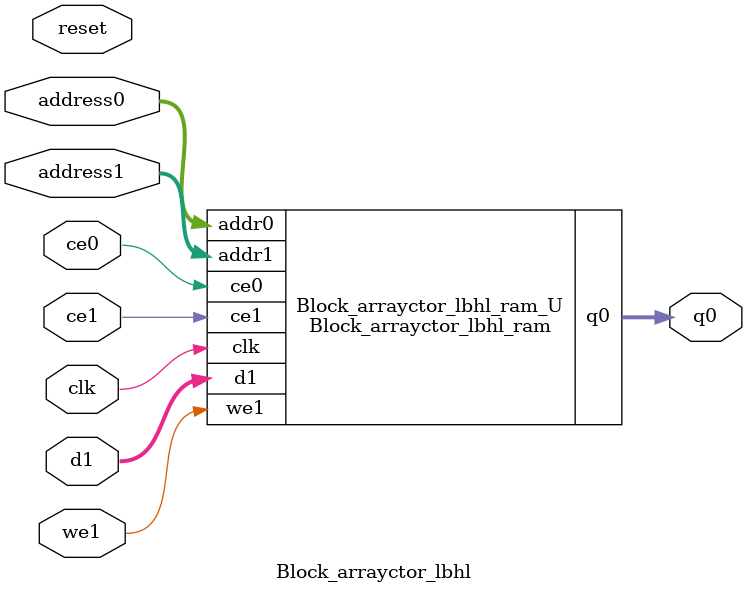
<source format=v>
`timescale 1 ns / 1 ps
module Block_arrayctor_lbhl_ram (addr0, ce0, q0, addr1, ce1, d1, we1,  clk);

parameter DWIDTH = 5;
parameter AWIDTH = 4;
parameter MEM_SIZE = 16;

input[AWIDTH-1:0] addr0;
input ce0;
output reg[DWIDTH-1:0] q0;
input[AWIDTH-1:0] addr1;
input ce1;
input[DWIDTH-1:0] d1;
input we1;
input clk;

(* ram_style = "distributed" *)reg [DWIDTH-1:0] ram[0:MEM_SIZE-1];




always @(posedge clk)  
begin 
    if (ce0) begin
        q0 <= ram[addr0];
    end
end


always @(posedge clk)  
begin 
    if (ce1) begin
        if (we1) 
            ram[addr1] <= d1; 
    end
end


endmodule

`timescale 1 ns / 1 ps
module Block_arrayctor_lbhl(
    reset,
    clk,
    address0,
    ce0,
    q0,
    address1,
    ce1,
    we1,
    d1);

parameter DataWidth = 32'd5;
parameter AddressRange = 32'd16;
parameter AddressWidth = 32'd4;
input reset;
input clk;
input[AddressWidth - 1:0] address0;
input ce0;
output[DataWidth - 1:0] q0;
input[AddressWidth - 1:0] address1;
input ce1;
input we1;
input[DataWidth - 1:0] d1;



Block_arrayctor_lbhl_ram Block_arrayctor_lbhl_ram_U(
    .clk( clk ),
    .addr0( address0 ),
    .ce0( ce0 ),
    .q0( q0 ),
    .addr1( address1 ),
    .ce1( ce1 ),
    .we1( we1 ),
    .d1( d1 ));

endmodule


</source>
